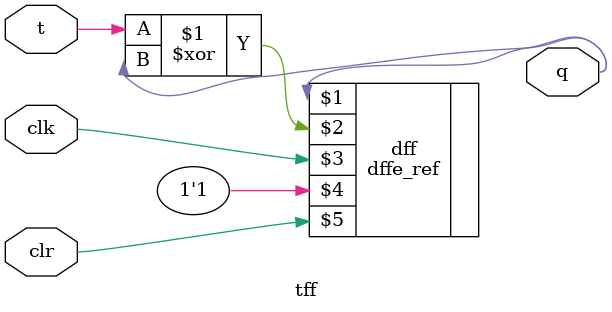
<source format=v>
module counter(cnt, ready, n, clk, clr);
  input [5:0] n;
  input clk, clr;
  output [5:0] cnt;
  output ready;

  wire [6:0] t_in;
  assign t_in[0] = 1'b1;
  assign t_in[1] = cnt[0];
  assign t_in[2] = cnt[0] & cnt[1];
  assign t_in[3] = cnt[0] & cnt[1] & cnt[2];
  assign t_in[4] = cnt[0] & cnt[1] & cnt[2] & cnt[3];
  assign t_in[5] = cnt[0] & cnt[1] & cnt[2] & cnt[3] & cnt[4];

  tff t0(cnt[0], t_in[0], clk, clr);
  tff t1(cnt[1], t_in[1], clk, clr);
  tff t2(cnt[2], t_in[2], clk, clr);
  tff t3(cnt[3], t_in[3], clk, clr);
  tff t4(cnt[4], t_in[4], clk, clr);
  tff t5(cnt[5], t_in[5], clk, clr);

  assign ready = ~|(cnt ^ n);

endmodule

module tff(q, t, clk, clr);
  input t, clk, clr;
  output q;

  dffe_ref dff(q, t^q, clk, 1'b1, clr);

endmodule

</source>
